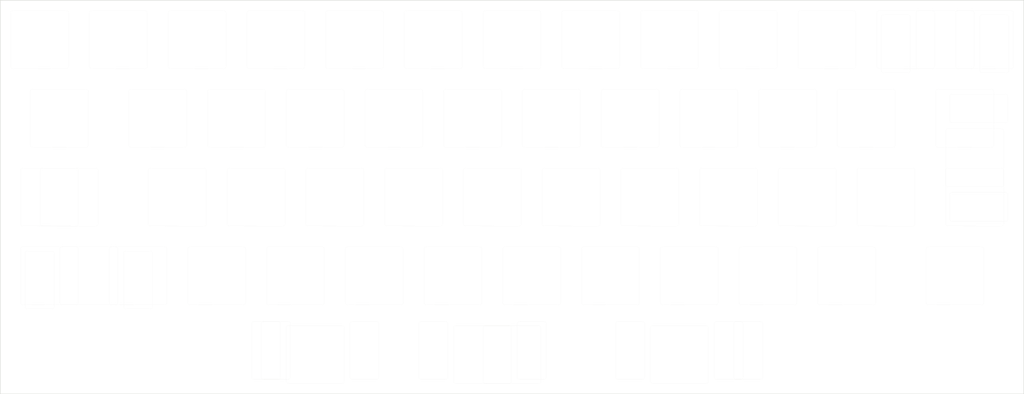
<source format=kicad_pcb>
(kicad_pcb (version 20211014) (generator pcbnew)
  (layers (0 "F.Cu" signal) (31 "B.Cu" signal) (34 "B.Paste" user) (35 "F.Paste" user) (36 "B.SilkS" user "B.Silkscreen") (37 "F.SilkS" user "F.Silkscreen") (38 "B.Mask" user) (39 "F.Mask" user) (44 "Edge.Cuts" user))
  (net 0 "")
  (footprint "acheron_MX_PlateSlots:MX175" (layer "F.Cu") (at 39.6875 76.2))
  (footprint "acheron_MX_PlateSlots:MX150" (layer "F.Cu") (at 37.30625 57.15))
  (footprint "acheron_MX_PlateSlots:MX100" (layer "F.Cu") (at 99.21875 57.15))
  (footprint "acheron_MX_PlateSlots:MX100" (layer "F.Cu") (at 261.14375 38.1))
  (footprint "acheron_MX_PlateSlots:MX100" (layer "F.Cu") (at 180.18125 76.2))
  (footprint "acheron_MX_PlateSlots:MX100" (layer "F.Cu") (at 89.69375 38.1))
  (footprint "acheron_MX_PlateSlots:MX275_reverse" (layer "F.Cu") (at 187.325 114.3))
  (footprint "acheron_MX_PlateSlots:MX100" (layer "F.Cu") (at 146.84375 38.1))
  (footprint "acheron_MX_PlateSlots:MX100" (layer "F.Cu") (at 137.31875 57.15))
  (footprint "acheron_MX_PlateSlots:MX100" (layer "F.Cu") (at 161.13125 76.2))
  (footprint "acheron_MX_PlateSlots:MX125" (layer "F.Cu") (at 34.925 95.25))
  (footprint "acheron_MX_PlateSlots:MX100" (layer "F.Cu") (at 118.26875 57.15))
  (footprint "acheron_MX_PlateSlots:MX_ISO_Enter_reverse" (layer "F.Cu") (at 258.7625 66.675))
  (footprint "acheron_MX_PlateSlots:MX100" (layer "F.Cu") (at 208.75625 95.25))
  (footprint "acheron_MX_PlateSlots:MX100" (layer "F.Cu") (at 108.74375 38.1))
  (footprint "acheron_MX_PlateSlots:MX100" (layer "F.Cu") (at 199.23125 76.2))
  (footprint "acheron_MX_PlateSlots:MX100" (layer "F.Cu") (at 189.70625 95.25))
  (footprint "acheron_MX_PlateSlots:MX100" (layer "F.Cu") (at 65.88125 76.2))
  (footprint "acheron_MX_PlateSlots:MX100" (layer "F.Cu") (at 61.11875 57.15))
  (footprint "acheron_MX_PlateSlots:MX100" (layer "F.Cu") (at 223.04375 38.1))
  (footprint "acheron_MX_PlateSlots:MX100" (layer "F.Cu") (at 194.46875 57.15))
  (footprint "acheron_MX_PlateSlots:MX100" (layer "F.Cu") (at 56.35625 95.25))
  (footprint "acheron_MX_PlateSlots:MX100" (layer "F.Cu") (at 156.36875 57.15))
  (footprint "acheron_MX_PlateSlots:MX100" (layer "F.Cu") (at 32.54375 38.1))
  (footprint "acheron_MX_PlateSlots:MX100" (layer "F.Cu") (at 142.08125 76.2))
  (footprint "acheron_MX_PlateSlots:MX100" (layer "F.Cu") (at 218.28125 76.2))
  (footprint "acheron_MX_PlateSlots:MX100" (layer "F.Cu") (at 70.64375 38.1))
  (footprint "acheron_MX_PlateSlots:MX225" (layer "F.Cu") (at 44.45 95.25))
  (footprint "acheron_MX_PlateSlots:MX100" (layer "F.Cu") (at 113.50625 95.25))
  (footprint "acheron_MX_PlateSlots:MX100" (layer "F.Cu") (at 232.56875 57.15))
  (footprint "acheron_MX_PlateSlots:MX200_reverse" (layer "F.Cu") (at 99.21875 114.3))
  (footprint "acheron_MX_PlateSlots:MX100" (layer "F.Cu") (at 170.65625 95.25))
  (footprint "acheron_MX_PlateSlots:MX100" (layer "F.Cu") (at 184.94375 38.1))
  (footprint "acheron_MX_PlateSlots:MX100" (layer "F.Cu") (at 94.45625 95.25))
  (footprint "acheron_MX_PlateSlots:MX100" (layer "F.Cu") (at 175.41875 57.15))
  (footprint "acheron_MX_PlateSlots:MX100" (layer "F.Cu") (at 123.03125 76.2))
  (footprint "acheron_MX_PlateSlots:MX225_reverse" (layer "F.Cu") (at 139.7 114.3))
  (footprint "acheron_MX_PlateSlots:MX100" (layer "F.Cu") (at 237.33125 76.2))
  (footprint "acheron_MX_PlateSlots:MX175" (layer "F.Cu") (at 254 95.25))
  (footprint "acheron_MX_PlateSlots:MX200" (layer "F.Cu") (at 251.61875 38.1))
  (footprint "acheron_MX_PlateSlots:MX125" (layer "F.Cu") (at 34.925 76.2))
  (footprint "acheron_MX_PlateSlots:MX100" (layer "F.Cu") (at 80.16875 57.15))
  (footprint "acheron_MX_PlateSlots:MX100" (layer "F.Cu") (at 213.51875 57.15))
  (footprint "acheron_MX_PlateSlots:MX100" (layer "F.Cu") (at 242.09375 38.1))
  (footprint "acheron_MX_PlateSlots:MX100" (layer "F.Cu") (at 75.40625 95.25))
  (footprint "acheron_MX_PlateSlots:MX100" (layer "F.Cu") (at 103.98125 76.2))
  (footprint "acheron_MX_PlateSlots:MX125" (layer "F.Cu") (at 258.7625 76.2))
  (footprint "acheron_MX_PlateSlots:MX100" (layer "F.Cu") (at 165.89375 38.1))
  (footprint "acheron_MX_PlateSlots:MX100" (layer "F.Cu") (at 203.99375 38.1))
  (footprint "acheron_MX_PlateSlots:MX100" (layer "F.Cu") (at 127.79375 38.1))
  (footprint "acheron_MX_PlateSlots:MX100" (layer "F.Cu") (at 84.93125 76.2))
  (footprint "acheron_MX_PlateSlots:MX100" (layer "F.Cu") (at 151.60625 95.25))
  (footprint "acheron_MX_PlateSlots:MX100" (layer "F.Cu") (at 51.59375 38.1))
  (footprint "acheron_MX_PlateSlots:MX700_reverse" (layer "F.Cu") (at 146.84375 114.3))
  (footprint "acheron_MX_PlateSlots:MX100" (layer "F.Cu") (at 132.55625 95.25))
  (footprint "acheron_MX_PlateSlots:MX100" (layer "F.Cu") (at 227.80625 95.25))
  (footprint "acheron_MX_PlateSlots:MX150" (layer "F.Cu") (at 256.38125 57.15))
  (gr_rect (start 23.01875 28.575) (end 270.66875 123.825) (layer "Edge.Cuts") (width 0.1) (fill none))
)
</source>
